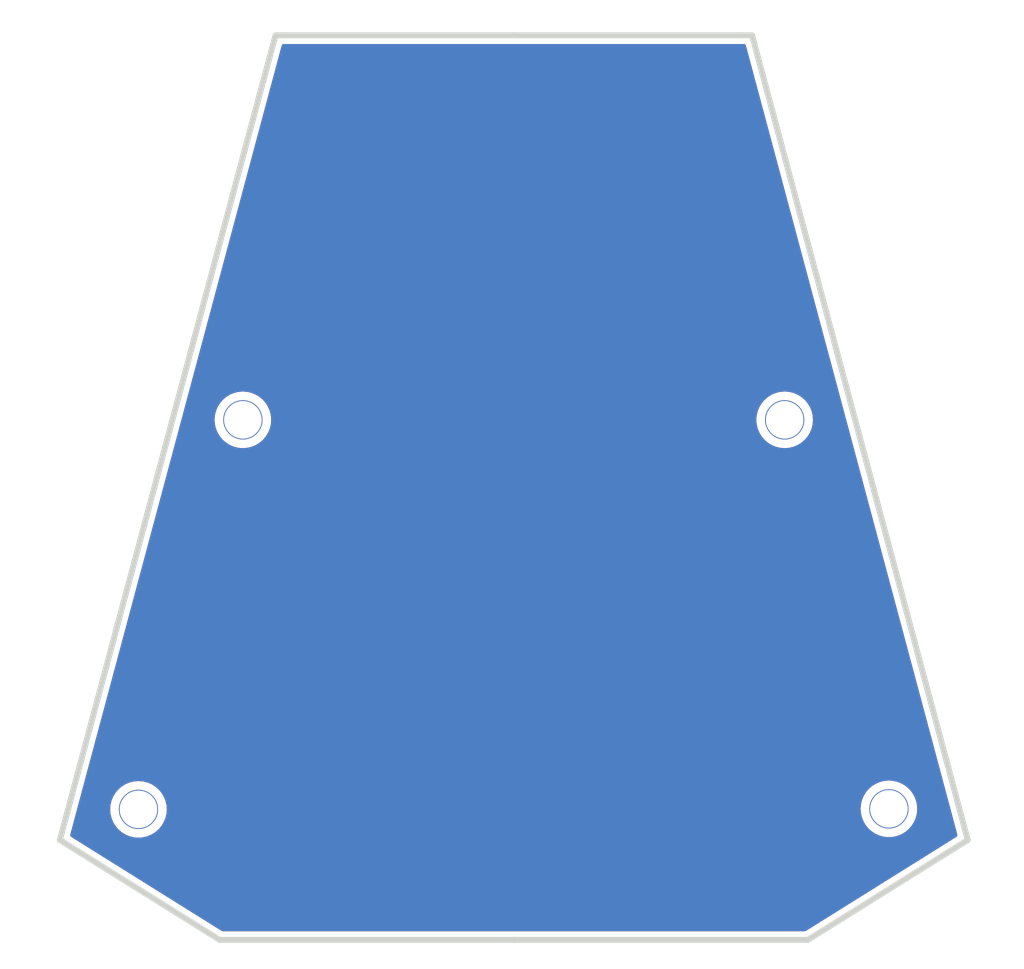
<source format=kicad_pcb>
(kicad_pcb (version 20211014) (generator pcbnew)
  (layers (0 "F.Cu" signal) (31 "B.Cu" signal) (34 "B.Paste" user) (35 "F.Paste" user) (36 "B.SilkS" user "B.Silkscreen") (37 "F.SilkS" user "F.Silkscreen") (38 "B.Mask" user) (39 "F.Mask" user) (44 "Edge.Cuts" user))
  (net 0 "")
  (net 1 "GND")
  (footprint "nowt_parts:MountingHole_2.2mm_M2_Pad_mods" (layer "F.Cu") (at 27.67 38.68)
    (fp_text reference "REF**" hide)
    (fp_text value "pad")
    (pad "1" thru_hole circle (at 0 0) (size 2.3 2.3) (drill 2.2) (layers *.Cu *.Mask))
  )
  (footprint "nowt_parts:MountingHole_2.2mm_M2_Pad_mods" (layer "F.Cu") (at 65.6 61.52)
    (fp_text reference "REF**" hide)
    (fp_text value "pad")
    (pad "1" thru_hole circle (at 0 0) (size 2.3 2.3) (drill 2.2) (layers *.Cu *.Mask))
  )
  (footprint "nowt_parts:MountingHole_2.2mm_M2_Pad_mods" (layer "F.Cu") (at 59.48 38.68)
    (fp_text reference "REF**" hide)
    (fp_text value "pad")
    (pad "1" thru_hole circle (at 0 0) (size 2.3 2.3) (drill 2.2) (layers *.Cu *.Mask))
  )
  (footprint "nowt_parts:MountingHole_2.2mm_M2_Pad_mods" (layer "F.Cu") (at 21.54 61.55)
    (fp_text reference "REF**" hide)
    (fp_text value "pad")
    (pad "1" thru_hole circle (at 0 0) (size 2.3 2.3) (drill 2.2) (layers *.Cu *.Mask))
  )
  (gr_line (start 57.568006 16.103908) (end 43.576143 16.103908) (layer "Edge.Cuts") (width 0.349999))
  (gr_line (start 29.584279 16.103908) (end 16.924898 63.349361) (layer "Edge.Cuts") (width 0.349999))
  (gr_line (start 70.227388 63.349361) (end 57.568006 16.103908) (layer "Edge.Cuts") (width 0.349999))
  (gr_line (start 26.30866 69.212985) (end 26.30866 69.212985) (layer "Edge.Cuts") (width 0.349999))
  (gr_line (start 43.576143 16.103908) (end 43.576143 16.103908) (layer "Edge.Cuts") (width 0.349999))
  (gr_line (start 43.576143 16.103908) (end 29.584279 16.103908) (layer "Edge.Cuts") (width 0.349999))
  (gr_line (start 16.924898 63.349361) (end 16.924898 63.349361) (layer "Edge.Cuts") (width 0.349999))
  (gr_line (start 16.924898 63.349361) (end 26.30866 69.212985) (layer "Edge.Cuts") (width 0.349999))
  (gr_line (start 57.568006 16.103908) (end 57.568006 16.103908) (layer "Edge.Cuts") (width 0.349999))
  (gr_line (start 60.843626 69.212985) (end 70.227388 63.349361) (layer "Edge.Cuts") (width 0.349999))
  (gr_line (start 26.30866 69.212985) (end 43.576143 69.212985) (layer "Edge.Cuts") (width 0.349999))
  (gr_line (start 70.227388 63.349361) (end 70.227388 63.349361) (layer "Edge.Cuts") (width 0.349999))
  (gr_line (start 43.576143 69.212985) (end 60.843626 69.212985) (layer "Edge.Cuts") (width 0.349999))
  (gr_line (start 60.843626 69.212985) (end 60.843626 69.212985) (layer "Edge.Cuts") (width 0.349999))
  (gr_line (start 43.576143 69.212985) (end 43.576143 69.212985) (layer "Edge.Cuts") (width 0.349999))
  (zone (net 1) (net_name "GND") (layer "F.Cu") (connect_pads (clearance 0.508)) (min_thickness 0.254) (fill yes (thermal_gap 0.508) (thermal_bridge_width 0.508) (island_removal_mode 1) (island_area_min 0))
    (polygon (pts (xy 73.54 15.38) (xy 70.25 70.1) (xy 14.34 70.44) (xy 13.41 14.03)))
  )
  (zone (net 1) (net_name "GND") (layer "B.Cu") (connect_pads (clearance 0.508)) (min_thickness 0.254) (fill yes (thermal_gap 0.508) (thermal_bridge_width 0.508) (island_removal_mode 1) (island_area_min 0))
    (polygon (pts (xy 71.9 16.13) (xy 71.9 70.41) (xy 14.65 70.94) (xy 13.42 14.03)))
  )
)
</source>
